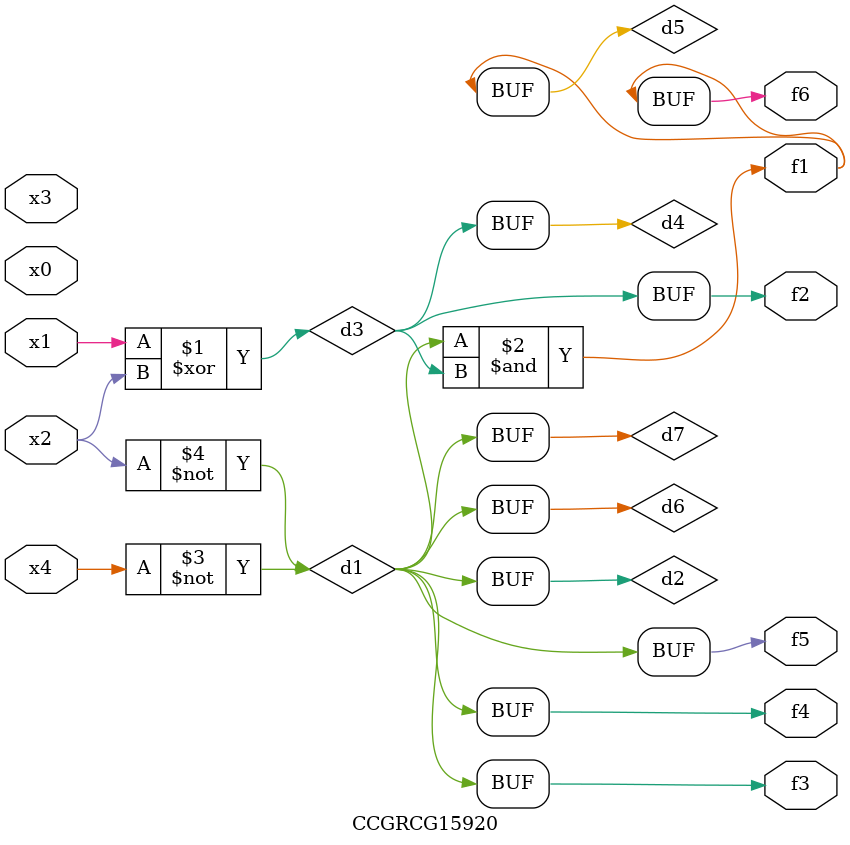
<source format=v>
module CCGRCG15920(
	input x0, x1, x2, x3, x4,
	output f1, f2, f3, f4, f5, f6
);

	wire d1, d2, d3, d4, d5, d6, d7;

	not (d1, x4);
	not (d2, x2);
	xor (d3, x1, x2);
	buf (d4, d3);
	and (d5, d1, d3);
	buf (d6, d1, d2);
	buf (d7, d2);
	assign f1 = d5;
	assign f2 = d4;
	assign f3 = d7;
	assign f4 = d7;
	assign f5 = d7;
	assign f6 = d5;
endmodule

</source>
